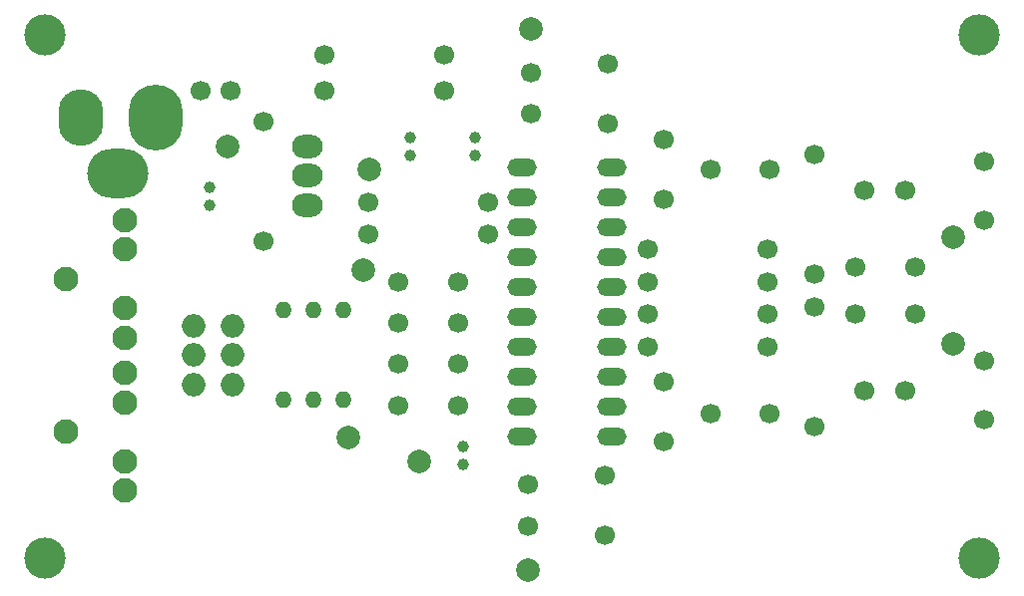
<source format=gbs>
G04 #@! TF.GenerationSoftware,KiCad,Pcbnew,(5.1.5-0-10_14)*
G04 #@! TF.CreationDate,2020-05-20T11:48:18+12:00*
G04 #@! TF.ProjectId,audio-amplifier,61756469-6f2d-4616-9d70-6c6966696572,B*
G04 #@! TF.SameCoordinates,Original*
G04 #@! TF.FileFunction,Soldermask,Bot*
G04 #@! TF.FilePolarity,Negative*
%FSLAX46Y46*%
G04 Gerber Fmt 4.6, Leading zero omitted, Abs format (unit mm)*
G04 Created by KiCad (PCBNEW (5.1.5-0-10_14)) date 2020-05-20 11:48:18*
%MOMM*%
%LPD*%
G04 APERTURE LIST*
%ADD10O,3.800000X4.800000*%
%ADD11O,4.600000X5.600000*%
%ADD12O,5.200000X4.200000*%
%ADD13O,2.000000X2.000000*%
%ADD14O,2.500000X1.500000*%
%ADD15C,1.700000*%
%ADD16C,1.000000*%
%ADD17C,3.500000*%
%ADD18C,2.100000*%
%ADD19O,2.600000X2.000000*%
%ADD20C,2.000000*%
%ADD21O,1.400000X1.400000*%
G04 APERTURE END LIST*
D10*
X38800000Y-48100000D03*
D11*
X45100000Y-48100000D03*
D12*
X41950000Y-52800000D03*
D13*
X48350000Y-70750000D03*
X48350000Y-68250000D03*
X48350000Y-65750000D03*
X51650000Y-70750000D03*
X51650000Y-68250000D03*
X51650000Y-65750000D03*
D14*
X83800000Y-52320000D03*
X83800000Y-54860000D03*
X83800000Y-59940000D03*
X83800000Y-57400000D03*
X76180000Y-57400000D03*
X76180000Y-59940000D03*
X76180000Y-54860000D03*
X76180000Y-52320000D03*
X76180000Y-62480000D03*
X76180000Y-65020000D03*
X76180000Y-70100000D03*
X76180000Y-67560000D03*
X83800000Y-67560000D03*
X83800000Y-70100000D03*
X83800000Y-65020000D03*
X83800000Y-62480000D03*
X83800000Y-75180000D03*
X83800000Y-72640000D03*
X76180000Y-72640000D03*
X76180000Y-75180000D03*
D15*
X83250000Y-78460000D03*
X83250000Y-83540000D03*
X65710000Y-62000000D03*
X70790000Y-62000000D03*
X65710000Y-65500000D03*
X70790000Y-65500000D03*
X83500000Y-48540000D03*
X83500000Y-43460000D03*
D16*
X71250000Y-76000000D03*
X71250000Y-77500000D03*
X72250000Y-51250000D03*
X72250000Y-49750000D03*
D15*
X109540000Y-60750000D03*
X104460000Y-60750000D03*
X109540000Y-64750000D03*
X104460000Y-64750000D03*
X76750000Y-79250000D03*
X76750000Y-82750000D03*
X105250000Y-54250000D03*
X108750000Y-54250000D03*
X105250000Y-71250000D03*
X108750000Y-71250000D03*
X77000000Y-47750000D03*
X77000000Y-44250000D03*
X88250000Y-49960000D03*
X88250000Y-55040000D03*
X88250000Y-75580000D03*
X88250000Y-70500000D03*
X65710000Y-72500000D03*
X70790000Y-72500000D03*
X65710000Y-69000000D03*
X70790000Y-69000000D03*
X51520000Y-45750000D03*
X48980000Y-45750000D03*
D17*
X35750000Y-41000000D03*
X35750000Y-85500000D03*
X115000000Y-85500000D03*
X115000000Y-41000000D03*
D18*
X37500000Y-61750000D03*
X42500000Y-59250000D03*
X42500000Y-56750000D03*
X42500000Y-64250000D03*
X42500000Y-66750000D03*
X37500000Y-74750000D03*
X42500000Y-72250000D03*
X42500000Y-69750000D03*
X42500000Y-77250000D03*
X42500000Y-79750000D03*
D19*
X58000000Y-53000000D03*
X58000000Y-55500000D03*
X58000000Y-50500000D03*
D15*
X54250000Y-58580000D03*
X54250000Y-48420000D03*
X69580000Y-45750000D03*
X59420000Y-45750000D03*
X97080000Y-67500000D03*
X86920000Y-67500000D03*
X97080000Y-64750000D03*
X86920000Y-64750000D03*
X97080000Y-59250000D03*
X86920000Y-59250000D03*
X97080000Y-62000000D03*
X86920000Y-62000000D03*
X69580000Y-42750000D03*
X59420000Y-42750000D03*
X73330000Y-58000000D03*
X63170000Y-58000000D03*
X73330000Y-55250000D03*
X63170000Y-55250000D03*
X101000000Y-51170000D03*
X101000000Y-61330000D03*
X101000000Y-74330000D03*
X101000000Y-64170000D03*
D20*
X62750000Y-61000000D03*
X51250000Y-50500000D03*
X61500000Y-75250000D03*
X67500000Y-77250000D03*
X63250000Y-52500000D03*
X112750000Y-58250000D03*
X112750000Y-67250000D03*
X76750000Y-86500000D03*
X77000000Y-40500000D03*
D16*
X49750000Y-55500000D03*
X49750000Y-54000000D03*
X66750000Y-51250000D03*
X66750000Y-49750000D03*
D15*
X92250000Y-52500000D03*
X97250000Y-52500000D03*
X92250000Y-73250000D03*
X97250000Y-73250000D03*
X115400000Y-56750000D03*
X115400000Y-51750000D03*
X115400000Y-73750000D03*
X115400000Y-68750000D03*
D21*
X61040000Y-72060000D03*
X58500000Y-72060000D03*
X55960000Y-72060000D03*
X61040000Y-64440000D03*
X58500000Y-64440000D03*
X55960000Y-64440000D03*
M02*

</source>
